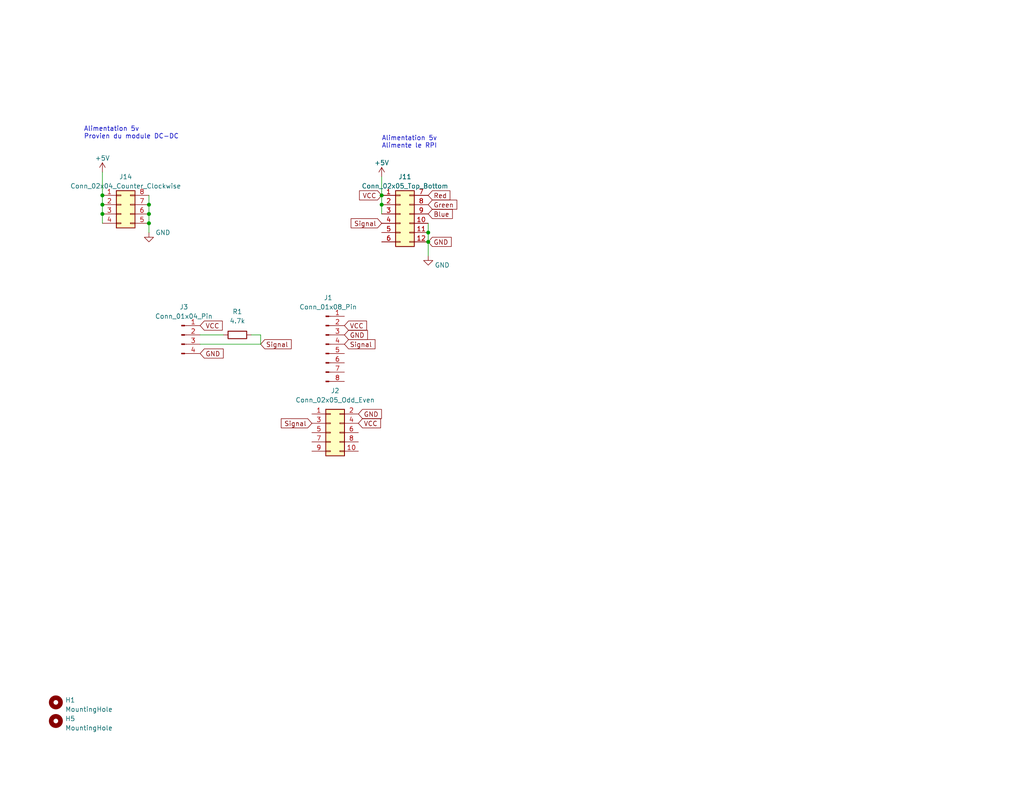
<source format=kicad_sch>
(kicad_sch (version 20231120) (generator "eeschema") (generator_version "8.0")
  (paper "USLetter")
  (title_block (title "HydroB.") (date "2023-05-18") (rev "0.3") (company "Cidco"))
  (lib_symbols
    (symbol "Connector:Conn_01x04_Pin" (pin_names (offset 1.016) hide)
      (property "Reference" "J" (at 0 5.08 0))
      (property "Value" "Conn_01x04_Pin" (at 0 -7.62 0))
      (symbol "Conn_01x04_Pin_1_1"
        (polyline (pts (xy 1.27 -5.08) (xy 0.8636 -5.08)) (stroke (width 0.1524)))
        (polyline (pts (xy 1.27 -2.54) (xy 0.8636 -2.54)) (stroke (width 0.1524)))
        (polyline (pts (xy 1.27 0) (xy 0.8636 0)) (stroke (width 0.1524)))
        (polyline (pts (xy 1.27 2.54) (xy 0.8636 2.54)) (stroke (width 0.1524)))
        (rectangle (start 0.8636 -4.953) (end 0 -5.207) (stroke (width 0.1524)) (fill (type outline)))
        (rectangle (start 0.8636 -2.413) (end 0 -2.667) (stroke (width 0.1524)) (fill (type outline)))
        (rectangle (start 0.8636 0.127) (end 0 -0.127) (stroke (width 0.1524)) (fill (type outline)))
        (rectangle (start 0.8636 2.667) (end 0 2.413) (stroke (width 0.1524)) (fill (type outline)))
        (pin passive line (at 5.08 2.54 180) (length 3.81) (name "Pin_1") (number "1"))
        (pin passive line (at 5.08 0 180) (length 3.81) (name "Pin_2") (number "2"))
        (pin passive line (at 5.08 -2.54 180) (length 3.81) (name "Pin_3") (number "3"))
        (pin passive line (at 5.08 -5.08 180) (length 3.81) (name "Pin_4") (number "4"))
      )
    )
    (symbol "Connector:Conn_01x08_Pin" (pin_names (offset 1.016) hide)
      (property "Reference" "J" (at 0 10.16 0))
      (property "Value" "Conn_01x08_Pin" (at 0 -12.7 0))
      (symbol "Conn_01x08_Pin_1_1"
        (polyline (pts (xy 1.27 -10.16) (xy 0.8636 -10.16)) (stroke (width 0.1524)))
        (polyline (pts (xy 1.27 -7.62) (xy 0.8636 -7.62)) (stroke (width 0.1524)))
        (polyline (pts (xy 1.27 -5.08) (xy 0.8636 -5.08)) (stroke (width 0.1524)))
        (polyline (pts (xy 1.27 -2.54) (xy 0.8636 -2.54)) (stroke (width 0.1524)))
        (polyline (pts (xy 1.27 0) (xy 0.8636 0)) (stroke (width 0.1524)))
        (polyline (pts (xy 1.27 2.54) (xy 0.8636 2.54)) (stroke (width 0.1524)))
        (polyline (pts (xy 1.27 5.08) (xy 0.8636 5.08)) (stroke (width 0.1524)))
        (polyline (pts (xy 1.27 7.62) (xy 0.8636 7.62)) (stroke (width 0.1524)))
        (rectangle (start 0.8636 -10.033) (end 0 -10.287) (stroke (width 0.1524)) (fill (type outline)))
        (rectangle (start 0.8636 -7.493) (end 0 -7.747) (stroke (width 0.1524)) (fill (type outline)))
        (rectangle (start 0.8636 -4.953) (end 0 -5.207) (stroke (width 0.1524)) (fill (type outline)))
        (rectangle (start 0.8636 -2.413) (end 0 -2.667) (stroke (width 0.1524)) (fill (type outline)))
        (rectangle (start 0.8636 0.127) (end 0 -0.127) (stroke (width 0.1524)) (fill (type outline)))
        (rectangle (start 0.8636 2.667) (end 0 2.413) (stroke (width 0.1524)) (fill (type outline)))
        (rectangle (start 0.8636 5.207) (end 0 4.953) (stroke (width 0.1524)) (fill (type outline)))
        (rectangle (start 0.8636 7.747) (end 0 7.493) (stroke (width 0.1524)) (fill (type outline)))
        (pin passive line (at 5.08 7.62 180) (length 3.81) (name "Pin_1") (number "1"))
        (pin passive line (at 5.08 5.08 180) (length 3.81) (name "Pin_2") (number "2"))
        (pin passive line (at 5.08 2.54 180) (length 3.81) (name "Pin_3") (number "3"))
        (pin passive line (at 5.08 0 180) (length 3.81) (name "Pin_4") (number "4"))
        (pin passive line (at 5.08 -2.54 180) (length 3.81) (name "Pin_5") (number "5"))
        (pin passive line (at 5.08 -5.08 180) (length 3.81) (name "Pin_6") (number "6"))
        (pin passive line (at 5.08 -7.62 180) (length 3.81) (name "Pin_7") (number "7"))
        (pin passive line (at 5.08 -10.16 180) (length 3.81) (name "Pin_8") (number "8"))
      )
    )
    (symbol "Connector_Generic:Conn_02x04_Counter_Clockwise" (pin_names (offset 1.016) hide)
      (property "Reference" "J" (at 1.27 5.08 0))
      (property "Value" "Conn_02x04_Counter_Clockwise" (at 1.27 -7.62 0))
      (symbol "Conn_02x04_Counter_Clockwise_1_1"
        (rectangle (start -1.27 -4.953) (end 0 -5.207) (stroke (width 0.1524)))
        (rectangle (start -1.27 -2.413) (end 0 -2.667) (stroke (width 0.1524)))
        (rectangle (start -1.27 0.127) (end 0 -0.127) (stroke (width 0.1524)))
        (rectangle (start -1.27 2.667) (end 0 2.413) (stroke (width 0.1524)))
        (rectangle (start -1.27 3.81) (end 3.81 -6.35) (stroke (width 0.254)) (fill (type background)))
        (rectangle (start 3.81 -4.953) (end 2.54 -5.207) (stroke (width 0.1524)))
        (rectangle (start 3.81 -2.413) (end 2.54 -2.667) (stroke (width 0.1524)))
        (rectangle (start 3.81 0.127) (end 2.54 -0.127) (stroke (width 0.1524)))
        (rectangle (start 3.81 2.667) (end 2.54 2.413) (stroke (width 0.1524)))
        (pin passive line (at -5.08 2.54 0) (length 3.81) (name "Pin_1") (number "1"))
        (pin passive line (at -5.08 0 0) (length 3.81) (name "Pin_2") (number "2"))
        (pin passive line (at -5.08 -2.54 0) (length 3.81) (name "Pin_3") (number "3"))
        (pin passive line (at -5.08 -5.08 0) (length 3.81) (name "Pin_4") (number "4"))
        (pin passive line (at 7.62 -5.08 180) (length 3.81) (name "Pin_5") (number "5"))
        (pin passive line (at 7.62 -2.54 180) (length 3.81) (name "Pin_6") (number "6"))
        (pin passive line (at 7.62 0 180) (length 3.81) (name "Pin_7") (number "7"))
        (pin passive line (at 7.62 2.54 180) (length 3.81) (name "Pin_8") (number "8"))
      )
    )
    (symbol "Connector_Generic:Conn_02x05_Odd_Even" (pin_names (offset 1.016) hide)
      (property "Reference" "J" (at 1.27 7.62 0))
      (property "Value" "Conn_02x05_Odd_Even" (at 1.27 -7.62 0))
      (symbol "Conn_02x05_Odd_Even_1_1"
        (rectangle (start -1.27 -4.953) (end 0 -5.207) (stroke (width 0.1524)))
        (rectangle (start -1.27 -2.413) (end 0 -2.667) (stroke (width 0.1524)))
        (rectangle (start -1.27 0.127) (end 0 -0.127) (stroke (width 0.1524)))
        (rectangle (start -1.27 2.667) (end 0 2.413) (stroke (width 0.1524)))
        (rectangle (start -1.27 5.207) (end 0 4.953) (stroke (width 0.1524)))
        (rectangle (start -1.27 6.35) (end 3.81 -6.35) (stroke (width 0.254)) (fill (type background)))
        (rectangle (start 3.81 -4.953) (end 2.54 -5.207) (stroke (width 0.1524)))
        (rectangle (start 3.81 -2.413) (end 2.54 -2.667) (stroke (width 0.1524)))
        (rectangle (start 3.81 0.127) (end 2.54 -0.127) (stroke (width 0.1524)))
        (rectangle (start 3.81 2.667) (end 2.54 2.413) (stroke (width 0.1524)))
        (rectangle (start 3.81 5.207) (end 2.54 4.953) (stroke (width 0.1524)))
        (pin passive line (at -5.08 5.08 0) (length 3.81) (name "Pin_1") (number "1"))
        (pin passive line (at 7.62 -5.08 180) (length 3.81) (name "Pin_10") (number "10"))
        (pin passive line (at 7.62 5.08 180) (length 3.81) (name "Pin_2") (number "2"))
        (pin passive line (at -5.08 2.54 0) (length 3.81) (name "Pin_3") (number "3"))
        (pin passive line (at 7.62 2.54 180) (length 3.81) (name "Pin_4") (number "4"))
        (pin passive line (at -5.08 0 0) (length 3.81) (name "Pin_5") (number "5"))
        (pin passive line (at 7.62 0 180) (length 3.81) (name "Pin_6") (number "6"))
        (pin passive line (at -5.08 -2.54 0) (length 3.81) (name "Pin_7") (number "7"))
        (pin passive line (at 7.62 -2.54 180) (length 3.81) (name "Pin_8") (number "8"))
        (pin passive line (at -5.08 -5.08 0) (length 3.81) (name "Pin_9") (number "9"))
      )
    )
    (symbol "Connector_Generic:Conn_02x06_Top_Bottom" (pin_names (offset 1.016) hide)
      (property "Reference" "J" (at 1.27 7.62 0))
      (property "Value" "Conn_02x06_Top_Bottom" (at 1.27 -10.16 0))
      (symbol "Conn_02x06_Top_Bottom_1_1"
        (rectangle (start -1.27 -7.493) (end 0 -7.747) (stroke (width 0.1524)))
        (rectangle (start -1.27 -4.953) (end 0 -5.207) (stroke (width 0.1524)))
        (rectangle (start -1.27 -2.413) (end 0 -2.667) (stroke (width 0.1524)))
        (rectangle (start -1.27 0.127) (end 0 -0.127) (stroke (width 0.1524)))
        (rectangle (start -1.27 2.667) (end 0 2.413) (stroke (width 0.1524)))
        (rectangle (start -1.27 5.207) (end 0 4.953) (stroke (width 0.1524)))
        (rectangle (start -1.27 6.35) (end 3.81 -8.89) (stroke (width 0.254)) (fill (type background)))
        (rectangle (start 3.81 -7.493) (end 2.54 -7.747) (stroke (width 0.1524)))
        (rectangle (start 3.81 -4.953) (end 2.54 -5.207) (stroke (width 0.1524)))
        (rectangle (start 3.81 -2.413) (end 2.54 -2.667) (stroke (width 0.1524)))
        (rectangle (start 3.81 0.127) (end 2.54 -0.127) (stroke (width 0.1524)))
        (rectangle (start 3.81 2.667) (end 2.54 2.413) (stroke (width 0.1524)))
        (rectangle (start 3.81 5.207) (end 2.54 4.953) (stroke (width 0.1524)))
        (pin passive line (at -5.08 5.08 0) (length 3.81) (name "Pin_1") (number "1"))
        (pin passive line (at 7.62 -2.54 180) (length 3.81) (name "Pin_10") (number "10"))
        (pin passive line (at 7.62 -5.08 180) (length 3.81) (name "Pin_11") (number "11"))
        (pin passive line (at 7.62 -7.62 180) (length 3.81) (name "Pin_12") (number "12"))
        (pin passive line (at -5.08 2.54 0) (length 3.81) (name "Pin_2") (number "2"))
        (pin passive line (at -5.08 0 0) (length 3.81) (name "Pin_3") (number "3"))
        (pin passive line (at -5.08 -2.54 0) (length 3.81) (name "Pin_4") (number "4"))
        (pin passive line (at -5.08 -5.08 0) (length 3.81) (name "Pin_5") (number "5"))
        (pin passive line (at -5.08 -7.62 0) (length 3.81) (name "Pin_6") (number "6"))
        (pin passive line (at 7.62 5.08 180) (length 3.81) (name "Pin_7") (number "7"))
        (pin passive line (at 7.62 2.54 180) (length 3.81) (name "Pin_8") (number "8"))
        (pin passive line (at 7.62 0 180) (length 3.81) (name "Pin_9") (number "9"))
      )
    )
    (symbol "Device:R" (pin_numbers hide) (pin_names (offset 0))
      (property "Reference" "R" (at 2.032 0 90))
      (property "Value" "R" (at 0 0 90))
      (symbol "R_0_1"
        (rectangle (start -1.016 -2.54) (end 1.016 2.54) (stroke (width 0.254)))
      )
      (symbol "R_1_1"
        (pin passive line (at 0 3.81 270) (length 1.27) (name "~") (number "1"))
        (pin passive line (at 0 -3.81 90) (length 1.27) (name "~") (number "2"))
      )
    )
    (symbol "Mechanical:MountingHole" (pin_names (offset 1.016))
      (property "Reference" "H" (at 0 5.08 0))
      (property "Value" "MountingHole" (at 0 3.175 0))
      (symbol "MountingHole_0_1"
        (circle (center 0 0) (radius 1.27) (stroke (width 1.27)))
      )
    )
    (symbol "power:+5V" (power) (pin_names (offset 0))
      (property "Value" "+5V" (at 0 3.556 0))
      (symbol "+5V_0_1"
        (polyline (pts (xy -0.762 1.27) (xy 0 2.54)))
        (polyline (pts (xy 0 0) (xy 0 2.54)))
        (polyline (pts (xy 0 2.54) (xy 0.762 1.27)))
      )
      (symbol "+5V_1_1"
        (pin power_in line (at 0 0 90) (length 0) hide (name "+5V") (number "1"))
      )
    )
    (symbol "power:GND" (power) (pin_names (offset 0))
      (property "Value" "GND" (at 0 -3.81 0))
      (symbol "GND_0_1"
        (polyline (pts (xy 0 0) (xy 0 -1.27) (xy 1.27 -1.27) (xy 0 -2.54) (xy -1.27 -1.27) (xy 0 -1.27)))
      )
      (symbol "GND_1_1"
        (pin power_in line (at 0 0 270) (length 0) hide (name "GND") (number "1"))
      )
    )
  )
  (junction (at 116.84 63.5))
  (junction (at 40.64 60.96))
  (junction (at 27.94 58.42))
  (junction (at 27.94 55.88))
  (junction (at 40.64 55.88))
  (junction (at 104.14 55.88))
  (junction (at 40.64 58.42))
  (junction (at 104.14 53.34))
  (junction (at 116.84 66.04))
  (junction (at 27.94 53.34))
  (wire (pts (xy 116.84 63.5) (xy 116.84 66.04)))
  (wire (pts (xy 104.14 55.88) (xy 104.14 58.42)))
  (wire (pts (xy 27.94 58.42) (xy 27.94 60.96)))
  (wire (pts (xy 40.64 55.88) (xy 40.64 58.42)))
  (wire (pts (xy 116.84 60.96) (xy 116.84 63.5)))
  (wire (pts (xy 40.64 58.42) (xy 40.64 60.96)))
  (wire (pts (xy 116.84 66.04) (xy 116.84 69.85)))
  (wire (pts (xy 68.58 91.44) (xy 71.12 91.44)))
  (wire (pts (xy 54.61 93.98) (xy 71.12 93.98)))
  (wire (pts (xy 71.12 91.44) (xy 71.12 93.98)))
  (wire (pts (xy 104.14 48.26) (xy 104.14 53.34)))
  (wire (pts (xy 27.94 46.99) (xy 27.94 53.34)))
  (wire (pts (xy 27.94 55.88) (xy 27.94 58.42)))
  (wire (pts (xy 27.94 53.34) (xy 27.94 55.88)))
  (wire (pts (xy 54.61 91.44) (xy 60.96 91.44)))
  (wire (pts (xy 40.64 53.34) (xy 40.64 55.88)))
  (wire (pts (xy 104.14 53.34) (xy 104.14 55.88)))
  (wire (pts (xy 40.64 60.96) (xy 40.64 63.5)))
  (text "Alimentation 5v \nAlimente le RPI " (at 104.14 40.64 0) (effects (font (size 1.27 1.27)) (justify left bottom)))
  (text "Alimentation 5v\nProvien du module DC-DC" (at 22.86 38.1 0) (effects (font (size 1.27 1.27)) (justify left bottom)))
  (global_label "Red" (shape input) (at 116.84 53.34 0) (property "Intersheetrefs" "${INTERSHEET_REFS}" (effects (hide yes))))
  (global_label "Blue" (shape input) (at 116.84 58.42 0) (property "Intersheetrefs" "${INTERSHEET_REFS}" (effects (hide yes))))
  (global_label "GND" (shape input) (at 116.84 66.04 0) (property "Intersheetrefs" "${INTERSHEET_REFS}" (effects (hide yes))))
  (global_label "Signal" (shape input) (at 93.98 93.98 0) (property "Intersheetrefs" "${INTERSHEET_REFS}" (effects (hide yes))))
  (global_label "Signal" (shape input) (at 85.09 115.57 180) (property "Intersheetrefs" "${INTERSHEET_REFS}" (effects (hide yes))))
  (global_label "VCC" (shape input) (at 54.61 88.9 0) (property "Intersheetrefs" "${INTERSHEET_REFS}" (effects (hide yes))))
  (global_label "Signal" (shape input) (at 71.12 93.98 0) (property "Intersheetrefs" "${INTERSHEET_REFS}" (effects (hide yes))))
  (global_label "GND" (shape input) (at 97.79 113.03 0) (property "Intersheetrefs" "${INTERSHEET_REFS}" (effects (hide yes))))
  (global_label "VCC" (shape input) (at 104.14 53.34 180) (property "Intersheetrefs" "${INTERSHEET_REFS}" (effects (hide yes))))
  (global_label "VCC" (shape input) (at 93.98 88.9 0) (property "Intersheetrefs" "${INTERSHEET_REFS}" (effects (hide yes))))
  (global_label "Green" (shape input) (at 116.84 55.88 0) (property "Intersheetrefs" "${INTERSHEET_REFS}" (effects (hide yes))))
  (global_label "GND" (shape input) (at 54.61 96.52 0) (property "Intersheetrefs" "${INTERSHEET_REFS}" (effects (hide yes))))
  (global_label "GND" (shape input) (at 93.98 91.44 0) (property "Intersheetrefs" "${INTERSHEET_REFS}" (effects (hide yes))))
  (global_label "VCC" (shape input) (at 97.79 115.57 0) (property "Intersheetrefs" "${INTERSHEET_REFS}" (effects (hide yes))))
  (global_label "Signal" (shape input) (at 104.14 60.96 180) (property "Intersheetrefs" "${INTERSHEET_REFS}" (effects (hide yes))))
  (symbol (lib_id "Mechanical:MountingHole") (at 15.24 196.85 0) (unit 1)
    (property "Reference" "H5" (at 17.78 196.215 0) (effects (justify left)))
    (property "Value" "MountingHole" (at 17.78 198.755 0) (effects (justify left)))
    (property "Footprint" "MountingHole:MountingHole_2.7mm_M2.5_ISO7380_Pad" (effects (hide yes)))
  )
  (symbol (lib_id "Connector_Generic:Conn_02x04_Counter_Clockwise") (at 33.02 55.88 0) (unit 1)
    (property "Reference" "J14" (at 34.29 48.26 0))
    (property "Value" "Conn_02x04_Counter_Clockwise" (at 34.29 50.8 0))
    (property "Footprint" "Connector_PinHeader_2.54mm:PinHeader_2x04_P2.54mm_Vertical" (effects (hide yes)))
  )
  (symbol (lib_id "Connector_Generic:Conn_02x05_Odd_Even") (at 90.17 118.11 0) (unit 1)
    (property "Reference" "J2" (at 91.44 106.68 0))
    (property "Value" "Conn_02x05_Odd_Even" (at 91.44 109.22 0))
    (property "Footprint" "Connector_IDC:IDC-Header_2x05_P2.54mm_Vertical" (effects (hide yes)))
    (property "Description" "Generic connector, double row, 02x05, odd/even pin numbering scheme (row 1 odd numbers, row 2 even numbers), script generated (kicad-library-utils/schlib/autogen/connector/)" (effects (hide yes)))
  )
  (symbol (lib_id "power:GND") (at 40.64 63.5 0) (unit 1)
    (property "Reference" "#PWR048" (effects (hide yes)))
    (property "Value" "GND" (at 44.45 63.5 0))
  )
  (symbol (lib_id "Connector_Generic:Conn_02x06_Top_Bottom") (at 109.22 58.42 0) (unit 1)
    (property "Reference" "J11" (at 110.49 48.26 0))
    (property "Value" "Conn_02x05_Top_Bottom" (at 110.49 50.8 0))
    (property "Footprint" "Connector_PinHeader_2.54mm:PinHeader_2x06_P2.54mm_Vertical" (effects (hide yes)))
  )
  (symbol (lib_id "Mechanical:MountingHole") (at 15.24 191.77 0) (unit 1)
    (property "Reference" "H1" (at 17.78 191.135 0) (effects (justify left)))
    (property "Value" "MountingHole" (at 17.78 193.675 0) (effects (justify left)))
    (property "Footprint" "MountingHole:MountingHole_2.7mm_M2.5_ISO7380_Pad" (effects (hide yes)))
  )
  (symbol (lib_id "power:GND") (at 116.84 69.85 0) (unit 1)
    (property "Reference" "#PWR018" (effects (hide yes)))
    (property "Value" "GND" (at 120.65 72.39 0))
  )
  (symbol (lib_id "Device:R") (at 64.77 91.44 90) (unit 1)
    (property "Reference" "R1" (at 64.77 85.09 90))
    (property "Value" "4.7k" (at 64.77 87.63 90))
    (property "Footprint" "Resistor_SMD:R_1206_3216Metric_Pad1.30x1.75mm_HandSolder" (effects (hide yes)))
    (property "Description" "Resistor" (effects (hide yes)))
  )
  (symbol (lib_id "power:+5V") (at 27.94 46.99 0) (mirror y) (unit 1)
    (property "Reference" "#PWR01" (effects (hide yes)))
    (property "Value" "+5V" (at 27.94 43.18 0))
  )
  (symbol (lib_id "Connector:Conn_01x08_Pin") (at 88.9 93.98 0) (unit 1)
    (property "Reference" "J1" (at 89.535 81.28 0))
    (property "Value" "Conn_01x08_Pin" (at 89.535 83.82 0))
    (property "Footprint" "Connector_PinHeader_2.54mm:PinHeader_1x08_P2.54mm_Horizontal" (effects (hide yes)))
    (property "Description" "Generic connector, single row, 01x08, script generated" (effects (hide yes)))
  )
  (symbol (lib_id "Connector:Conn_01x04_Pin") (at 49.53 91.44 0) (unit 1)
    (property "Reference" "J3" (at 50.165 83.82 0))
    (property "Value" "Conn_01x04_Pin" (at 50.165 86.36 0))
    (property "Footprint" "Connector_PinHeader_2.54mm:PinHeader_1x04_P2.54mm_Horizontal" (effects (hide yes)))
    (property "Description" "Generic connector, single row, 01x04, script generated" (effects (hide yes)))
  )
  (symbol (lib_id "power:+5V") (at 104.14 48.26 0) (mirror y) (unit 1)
    (property "Reference" "#PWR047" (effects (hide yes)))
    (property "Value" "+5V" (at 104.14 44.45 0))
  )
)
</source>
